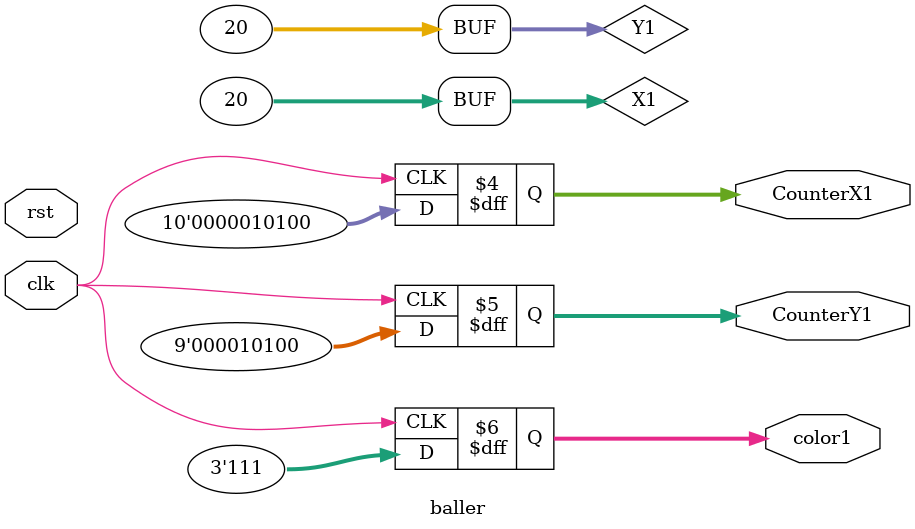
<source format=v>
module baller (clk, rst, CounterX1, CounterY1, color1);
input clk, rst;
output reg [9:0] CounterX1;
output reg [8:0] CounterY1;
output reg [2:0] color1;
reg [2:0] color2;

integer X1 = 20;
integer Y1 = 20;
			
always @(posedge clk)
begin
	CounterX1 <= X1;
	CounterY1 <= Y1;
	color1 <= 3'b111;
end

endmodule
</source>
